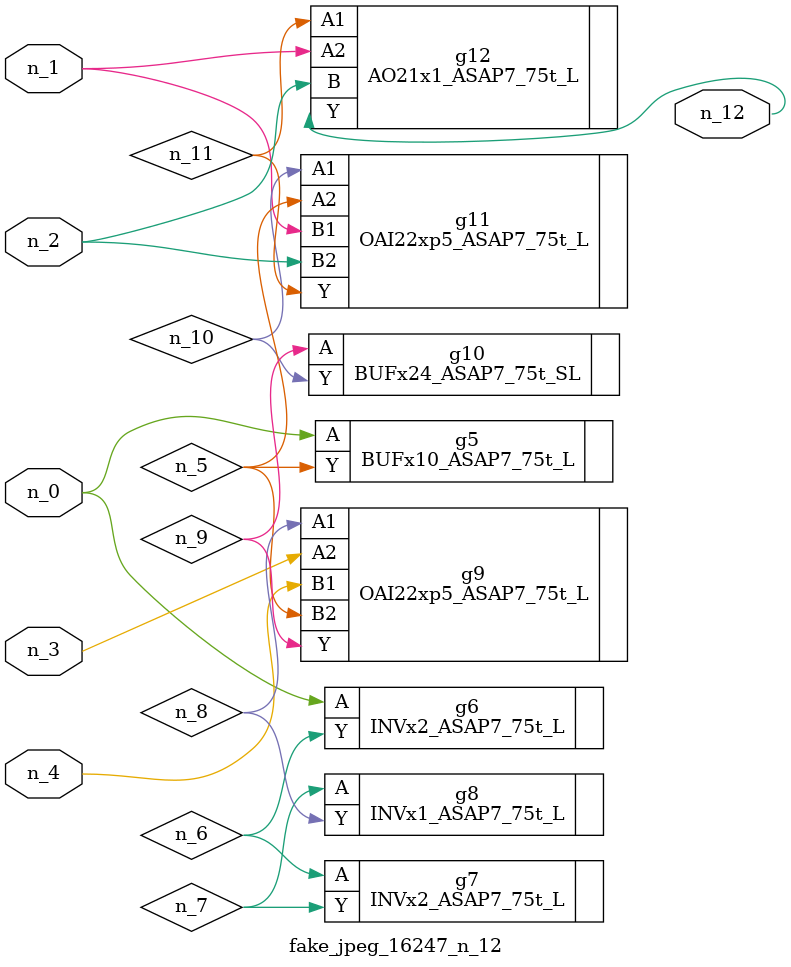
<source format=v>
module fake_jpeg_16247_n_12 (n_3, n_2, n_1, n_0, n_4, n_12);

input n_3;
input n_2;
input n_1;
input n_0;
input n_4;

output n_12;

wire n_11;
wire n_10;
wire n_8;
wire n_9;
wire n_6;
wire n_5;
wire n_7;

BUFx10_ASAP7_75t_L g5 ( 
.A(n_0),
.Y(n_5)
);

INVx2_ASAP7_75t_L g6 ( 
.A(n_0),
.Y(n_6)
);

INVx2_ASAP7_75t_L g7 ( 
.A(n_6),
.Y(n_7)
);

INVx1_ASAP7_75t_L g8 ( 
.A(n_7),
.Y(n_8)
);

OAI22xp5_ASAP7_75t_L g9 ( 
.A1(n_8),
.A2(n_3),
.B1(n_4),
.B2(n_5),
.Y(n_9)
);

BUFx24_ASAP7_75t_SL g10 ( 
.A(n_9),
.Y(n_10)
);

OAI22xp5_ASAP7_75t_L g11 ( 
.A1(n_10),
.A2(n_5),
.B1(n_1),
.B2(n_2),
.Y(n_11)
);

AO21x1_ASAP7_75t_L g12 ( 
.A1(n_11),
.A2(n_1),
.B(n_2),
.Y(n_12)
);


endmodule
</source>
